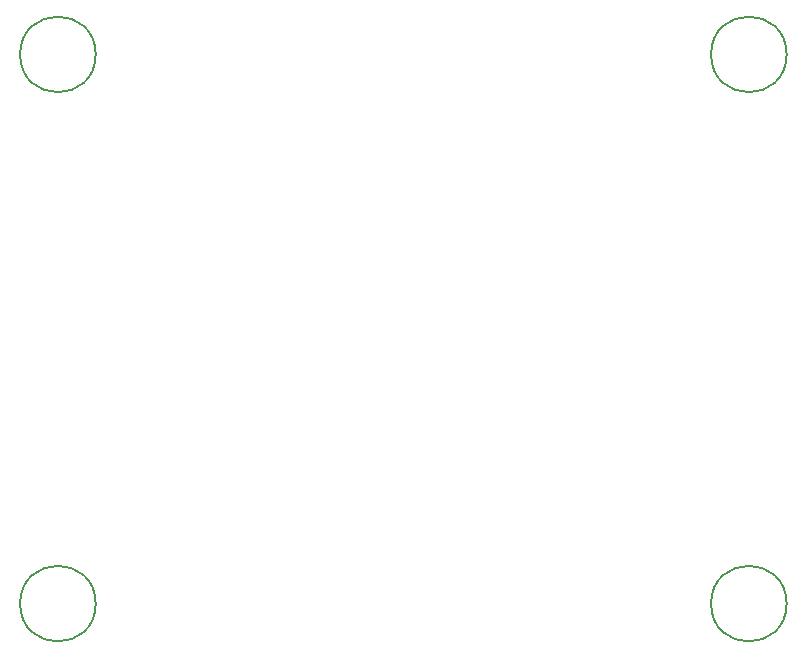
<source format=gbr>
%TF.GenerationSoftware,KiCad,Pcbnew,8.0.1*%
%TF.CreationDate,2024-04-06T00:37:26+05:30*%
%TF.ProjectId,Project,50726f6a-6563-4742-9e6b-696361645f70,rev?*%
%TF.SameCoordinates,Original*%
%TF.FileFunction,Other,Comment*%
%FSLAX46Y46*%
G04 Gerber Fmt 4.6, Leading zero omitted, Abs format (unit mm)*
G04 Created by KiCad (PCBNEW 8.0.1) date 2024-04-06 00:37:26*
%MOMM*%
%LPD*%
G01*
G04 APERTURE LIST*
%ADD10C,0.150000*%
G04 APERTURE END LIST*
D10*
%TO.C,H1*%
X55875000Y-32350000D02*
G75*
G02*
X49475000Y-32350000I-3200000J0D01*
G01*
X49475000Y-32350000D02*
G75*
G02*
X55875000Y-32350000I3200000J0D01*
G01*
%TO.C,H2*%
X55875000Y-78850000D02*
G75*
G02*
X49475000Y-78850000I-3200000J0D01*
G01*
X49475000Y-78850000D02*
G75*
G02*
X55875000Y-78850000I3200000J0D01*
G01*
%TO.C,H3*%
X114375000Y-32350000D02*
G75*
G02*
X107975000Y-32350000I-3200000J0D01*
G01*
X107975000Y-32350000D02*
G75*
G02*
X114375000Y-32350000I3200000J0D01*
G01*
%TO.C,H4*%
X114375000Y-78850000D02*
G75*
G02*
X107975000Y-78850000I-3200000J0D01*
G01*
X107975000Y-78850000D02*
G75*
G02*
X114375000Y-78850000I3200000J0D01*
G01*
%TD*%
M02*

</source>
